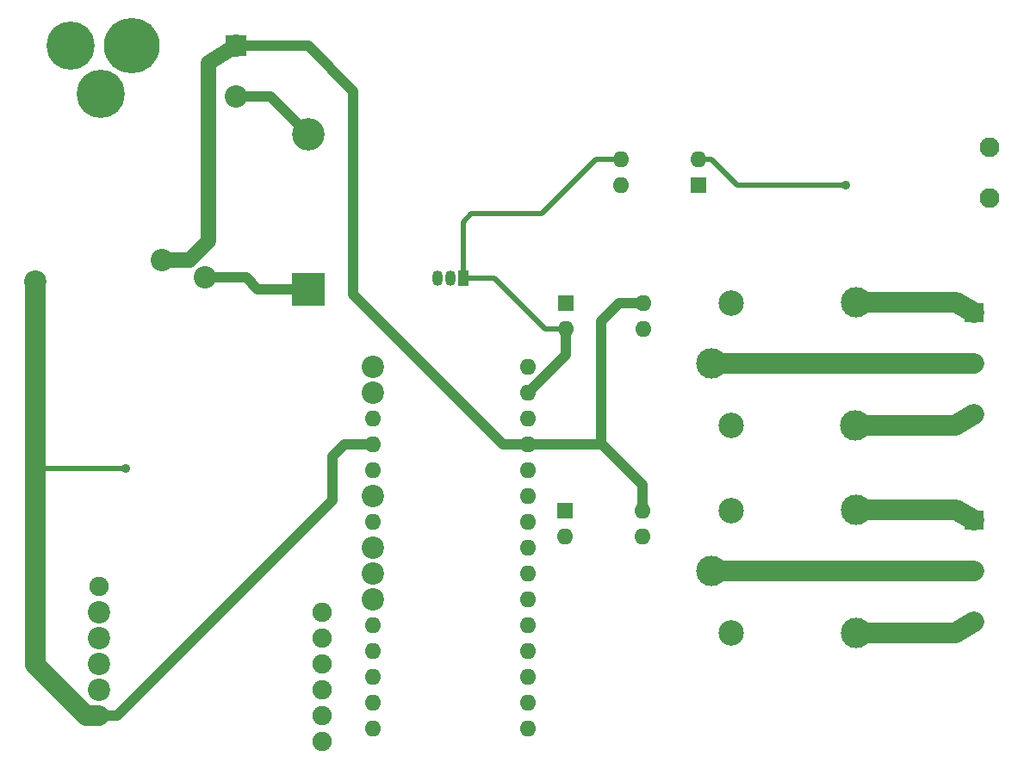
<source format=gbl>
G04 #@! TF.GenerationSoftware,KiCad,Pcbnew,(6.0.8)*
G04 #@! TF.CreationDate,2022-12-08T23:12:20+04:00*
G04 #@! TF.ProjectId,SIM800_NANO,53494d38-3030-45f4-9e41-4e4f2e6b6963,rev?*
G04 #@! TF.SameCoordinates,Original*
G04 #@! TF.FileFunction,Copper,L2,Bot*
G04 #@! TF.FilePolarity,Positive*
%FSLAX46Y46*%
G04 Gerber Fmt 4.6, Leading zero omitted, Abs format (unit mm)*
G04 Created by KiCad (PCBNEW (6.0.8)) date 2022-12-08 23:12:20*
%MOMM*%
%LPD*%
G01*
G04 APERTURE LIST*
G04 #@! TA.AperFunction,ComponentPad*
%ADD10C,3.000000*%
G04 #@! TD*
G04 #@! TA.AperFunction,ComponentPad*
%ADD11C,2.500000*%
G04 #@! TD*
G04 #@! TA.AperFunction,ComponentPad*
%ADD12O,1.600000X1.600000*%
G04 #@! TD*
G04 #@! TA.AperFunction,ComponentPad*
%ADD13R,1.600000X1.600000*%
G04 #@! TD*
G04 #@! TA.AperFunction,ComponentPad*
%ADD14R,1.950000X1.950000*%
G04 #@! TD*
G04 #@! TA.AperFunction,ComponentPad*
%ADD15C,1.950000*%
G04 #@! TD*
G04 #@! TA.AperFunction,ComponentPad*
%ADD16C,5.460000*%
G04 #@! TD*
G04 #@! TA.AperFunction,ComponentPad*
%ADD17C,4.740000*%
G04 #@! TD*
G04 #@! TA.AperFunction,ComponentPad*
%ADD18R,1.050000X1.500000*%
G04 #@! TD*
G04 #@! TA.AperFunction,ComponentPad*
%ADD19O,1.050000X1.500000*%
G04 #@! TD*
G04 #@! TA.AperFunction,ComponentPad*
%ADD20R,3.200000X3.200000*%
G04 #@! TD*
G04 #@! TA.AperFunction,ComponentPad*
%ADD21O,3.200000X3.200000*%
G04 #@! TD*
G04 #@! TA.AperFunction,ComponentPad*
%ADD22R,2.000000X2.000000*%
G04 #@! TD*
G04 #@! TA.AperFunction,ComponentPad*
%ADD23C,2.000000*%
G04 #@! TD*
G04 #@! TA.AperFunction,ComponentPad*
%ADD24C,1.900000*%
G04 #@! TD*
G04 #@! TA.AperFunction,ViaPad*
%ADD25C,2.200000*%
G04 #@! TD*
G04 #@! TA.AperFunction,ViaPad*
%ADD26C,0.900000*%
G04 #@! TD*
G04 #@! TA.AperFunction,Conductor*
%ADD27C,0.500000*%
G04 #@! TD*
G04 #@! TA.AperFunction,Conductor*
%ADD28C,1.000000*%
G04 #@! TD*
G04 #@! TA.AperFunction,Conductor*
%ADD29C,2.000000*%
G04 #@! TD*
G04 #@! TA.AperFunction,Conductor*
%ADD30C,1.500000*%
G04 #@! TD*
G04 APERTURE END LIST*
D10*
X160822000Y-120862000D03*
D11*
X162772000Y-126912000D03*
D10*
X174972000Y-126912000D03*
X175022000Y-114862000D03*
D11*
X162772000Y-114912000D03*
D10*
X160797000Y-100462000D03*
D11*
X162747000Y-106512000D03*
D10*
X174947000Y-106512000D03*
X174997000Y-94462000D03*
D11*
X162747000Y-94512000D03*
D12*
X142740000Y-100780000D03*
X142740000Y-103320000D03*
X142740000Y-105860000D03*
X142740000Y-108400000D03*
X142740000Y-110940000D03*
X142740000Y-113480000D03*
X142740000Y-116020000D03*
X142740000Y-118560000D03*
X142740000Y-121100000D03*
X142740000Y-123640000D03*
X142740000Y-126180000D03*
X142740000Y-128720000D03*
X142740000Y-131260000D03*
X142740000Y-133800000D03*
X142740000Y-136340000D03*
X127500000Y-136340000D03*
X127500000Y-133800000D03*
X127500000Y-131260000D03*
X127500000Y-128720000D03*
X127500000Y-126180000D03*
X127500000Y-123640000D03*
X127500000Y-121100000D03*
X127500000Y-118560000D03*
X127500000Y-116020000D03*
X127500000Y-113480000D03*
X127500000Y-110940000D03*
X127500000Y-108400000D03*
X127500000Y-105860000D03*
X127500000Y-103320000D03*
D13*
X127500000Y-100780000D03*
D14*
X186600000Y-95462000D03*
D15*
X186600000Y-100462000D03*
X186600000Y-105462000D03*
D13*
X159500000Y-82957000D03*
D12*
X159500000Y-80417000D03*
X151880000Y-80417000D03*
X151880000Y-82957000D03*
D15*
X188172000Y-79187000D03*
X188172000Y-84187000D03*
D16*
X103795000Y-69235000D03*
D17*
X97795000Y-69235000D03*
X100795000Y-73935000D03*
D18*
X136397000Y-92027000D03*
D19*
X135127000Y-92027000D03*
X133857000Y-92027000D03*
D13*
X146445000Y-94505000D03*
D12*
X146445000Y-97045000D03*
X154065000Y-97045000D03*
X154065000Y-94505000D03*
D20*
X121150000Y-93140000D03*
D21*
X121150000Y-77900000D03*
D22*
X114060000Y-69225323D03*
D23*
X114060000Y-74225323D03*
D14*
X186600000Y-115862000D03*
D15*
X186600000Y-120862000D03*
X186600000Y-125862000D03*
D24*
X100622000Y-122337000D03*
X100622000Y-124877000D03*
X100622000Y-127417000D03*
X100622000Y-129957000D03*
X100622000Y-132497000D03*
X100622000Y-135037000D03*
X122492000Y-137577000D03*
X122492000Y-135037000D03*
X122492000Y-132497000D03*
X122492000Y-129957000D03*
X122492000Y-127417000D03*
X122492000Y-124877000D03*
D13*
X146397000Y-114887000D03*
D12*
X146397000Y-117427000D03*
X154017000Y-117427000D03*
X154017000Y-114887000D03*
D25*
X114060000Y-69225323D03*
X114060000Y-74225323D03*
X100622000Y-127417000D03*
X100622000Y-124877000D03*
X100622000Y-129957000D03*
X100622000Y-132497000D03*
X127500000Y-100780000D03*
X127500000Y-103320000D03*
X127500000Y-113480000D03*
X127522000Y-118567000D03*
X127500000Y-121100000D03*
X127500000Y-123640000D03*
X94347000Y-92437000D03*
D26*
X103197000Y-110762000D03*
D25*
X106800000Y-90300000D03*
X111012000Y-91988000D03*
D26*
X173980000Y-82937000D03*
D27*
X103197000Y-110762000D02*
X95047000Y-110762000D01*
D28*
X123522000Y-109578000D02*
X124693000Y-108407000D01*
D27*
X151880000Y-80417000D02*
X149433000Y-80417000D01*
D29*
X94347000Y-111462000D02*
X94347000Y-130105502D01*
D28*
X114060000Y-74225323D02*
X117475323Y-74225323D01*
D27*
X144445000Y-97045000D02*
X139427000Y-92027000D01*
D28*
X102397000Y-135037000D02*
X123522000Y-113912000D01*
D27*
X95047000Y-110762000D02*
X94347000Y-111462000D01*
D29*
X94347000Y-130105502D02*
X99278498Y-135037000D01*
X94347000Y-92437000D02*
X94347000Y-111462000D01*
D28*
X117475323Y-74225323D02*
X121150000Y-77900000D01*
X146445000Y-99644000D02*
X146445000Y-97045000D01*
D27*
X144097500Y-85752500D02*
X137200000Y-85750000D01*
X136397000Y-86600000D02*
X136397000Y-92027000D01*
D28*
X100622000Y-135037000D02*
X102397000Y-135037000D01*
D27*
X137200000Y-85750000D02*
X136397000Y-86600000D01*
X139427000Y-92027000D02*
X136397000Y-92027000D01*
D28*
X142762000Y-103327000D02*
X146445000Y-99644000D01*
D27*
X146445000Y-97045000D02*
X144445000Y-97045000D01*
D28*
X124693000Y-108407000D02*
X127522000Y-108407000D01*
D29*
X99278498Y-135037000D02*
X100622000Y-135037000D01*
D28*
X123522000Y-113912000D02*
X123522000Y-109578000D01*
D27*
X149433000Y-80417000D02*
X144097500Y-85752500D01*
D28*
X154065000Y-94505000D02*
X151729000Y-94505000D01*
X149947000Y-108337000D02*
X150017000Y-108407000D01*
X150010000Y-108400000D02*
X150017000Y-108407000D01*
X125594631Y-73694631D02*
X121125323Y-69225323D01*
X149947000Y-96287000D02*
X149947000Y-108337000D01*
X121125323Y-69225323D02*
X114060000Y-69225323D01*
X150017000Y-108407000D02*
X154017000Y-112407000D01*
X154017000Y-112407000D02*
X154017000Y-114887000D01*
X142740000Y-108400000D02*
X140300000Y-108400000D01*
D30*
X106800000Y-90300000D02*
X109500000Y-90300000D01*
D28*
X125600000Y-93700000D02*
X125600000Y-93100000D01*
X151729000Y-94505000D02*
X149947000Y-96287000D01*
X125600000Y-93100000D02*
X125594631Y-73694631D01*
D30*
X111350000Y-88450000D02*
X109500000Y-90300000D01*
X111350000Y-70925323D02*
X114060000Y-69225323D01*
X111350000Y-70925323D02*
X111350000Y-88450000D01*
D28*
X140300000Y-108400000D02*
X125600000Y-93700000D01*
X142740000Y-108400000D02*
X150010000Y-108400000D01*
X116200000Y-93150000D02*
X116210000Y-93140000D01*
X111012000Y-91988000D02*
X115038000Y-91988000D01*
X115038000Y-91988000D02*
X116200000Y-93150000D01*
X116210000Y-93140000D02*
X121150000Y-93140000D01*
D29*
X184797000Y-94462000D02*
X186600000Y-95462000D01*
X174997000Y-94462000D02*
X184797000Y-94462000D01*
X160797000Y-100462000D02*
X186600000Y-100462000D01*
X184747000Y-106512000D02*
X186600000Y-105462000D01*
X174947000Y-106512000D02*
X184747000Y-106512000D01*
X184747000Y-126912000D02*
X186600000Y-125862000D01*
X174972000Y-126912000D02*
X184747000Y-126912000D01*
X160822000Y-120862000D02*
X186600000Y-120862000D01*
X175022000Y-114862000D02*
X184797000Y-114862000D01*
X184797000Y-114862000D02*
X186600000Y-115862000D01*
D27*
X173980000Y-82937000D02*
X163937000Y-82937000D01*
X159500000Y-80417000D02*
X160807000Y-80417000D01*
X163327000Y-82937000D02*
X163937000Y-82937000D01*
X160807000Y-80417000D02*
X163327000Y-82937000D01*
M02*

</source>
